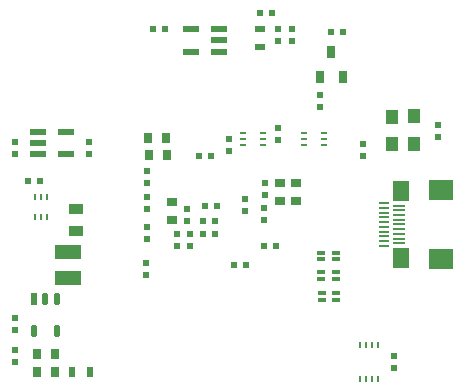
<source format=gbp>
G04*
G04 #@! TF.GenerationSoftware,Altium Limited,Altium Designer,19.1.1 (5)*
G04*
G04 Layer_Color=128*
%FSLAX44Y44*%
%MOMM*%
G71*
G01*
G75*
%ADD31R,0.8000X0.9000*%
%ADD32O,0.5000X1.1000*%
%ADD33R,0.5000X1.1000*%
%ADD34R,2.2200X1.2400*%
G04:AMPARAMS|DCode=35|XSize=0.59mm|YSize=1.3701mm|CornerRadius=0.0443mm|HoleSize=0mm|Usage=FLASHONLY|Rotation=90.000|XOffset=0mm|YOffset=0mm|HoleType=Round|Shape=RoundedRectangle|*
%AMROUNDEDRECTD35*
21,1,0.5900,1.2816,0,0,90.0*
21,1,0.5015,1.3701,0,0,90.0*
1,1,0.0885,0.6408,0.2508*
1,1,0.0885,0.6408,-0.2508*
1,1,0.0885,-0.6408,-0.2508*
1,1,0.0885,-0.6408,0.2508*
%
%ADD35ROUNDEDRECTD35*%
%ADD36R,0.6000X0.5600*%
%ADD37R,0.5600X0.6000*%
%ADD38R,0.9000X0.8000*%
%ADD39R,0.2540X0.5588*%
%ADD40R,0.7000X0.3000*%
%ADD41R,1.0160X1.2700*%
%ADD42R,0.8499X0.2301*%
%ADD43R,1.0000X0.2301*%
%ADD44R,1.3800X1.8001*%
%ADD45R,2.0000X1.7000*%
%ADD46R,0.6500X1.1001*%
%ADD47R,0.6096X0.2540*%
%ADD48R,0.2540X0.6096*%
%ADD49R,0.9000X0.6000*%
%ADD50R,1.2700X0.8620*%
%ADD51R,0.6000X0.9000*%
D31*
X31350Y74910D02*
D03*
X46590D02*
D03*
X125930Y258900D02*
D03*
X141170D02*
D03*
X125510Y273060D02*
D03*
X140750D02*
D03*
X46480Y90610D02*
D03*
X31240D02*
D03*
D32*
X28740Y109950D02*
D03*
X47740D02*
D03*
Y136950D02*
D03*
X38240D02*
D03*
D33*
X28740D02*
D03*
D34*
X57480Y176689D02*
D03*
Y154891D02*
D03*
D35*
X32140Y259500D02*
D03*
Y269000D02*
D03*
Y278500D02*
D03*
X55640D02*
D03*
Y259500D02*
D03*
X185350Y365330D02*
D03*
Y355830D02*
D03*
Y346330D02*
D03*
X161850D02*
D03*
Y365330D02*
D03*
D36*
X124020Y245010D02*
D03*
Y234850D02*
D03*
X123990Y212890D02*
D03*
Y223050D02*
D03*
X124020Y197820D02*
D03*
Y187660D02*
D03*
X123500Y157100D02*
D03*
Y167260D02*
D03*
X157850Y202640D02*
D03*
Y212800D02*
D03*
X150060Y192200D02*
D03*
Y182040D02*
D03*
X161060Y192250D02*
D03*
Y182090D02*
D03*
X333290Y78640D02*
D03*
Y88800D02*
D03*
X207090Y211040D02*
D03*
Y221200D02*
D03*
X223820Y225330D02*
D03*
Y235490D02*
D03*
X193520Y272090D02*
D03*
Y261930D02*
D03*
X247350Y365210D02*
D03*
Y355050D02*
D03*
X307280Y257810D02*
D03*
Y267970D02*
D03*
X370310Y283780D02*
D03*
Y273620D02*
D03*
X234760Y365320D02*
D03*
Y355160D02*
D03*
X270400Y309720D02*
D03*
Y299560D02*
D03*
X235370Y271910D02*
D03*
Y282070D02*
D03*
X12440Y120500D02*
D03*
Y110340D02*
D03*
X12310Y93290D02*
D03*
Y83130D02*
D03*
X12140Y269850D02*
D03*
Y259690D02*
D03*
X75130Y269660D02*
D03*
Y259500D02*
D03*
X223510Y204060D02*
D03*
Y214220D02*
D03*
D37*
X171290Y202980D02*
D03*
X181450D02*
D03*
X171400Y192000D02*
D03*
X181560D02*
D03*
X173520Y215800D02*
D03*
X183680D02*
D03*
X168340Y257580D02*
D03*
X178500D02*
D03*
X198200Y165620D02*
D03*
X208360D02*
D03*
X233490Y181840D02*
D03*
X223330D02*
D03*
X280110Y362940D02*
D03*
X290270D02*
D03*
X33810Y236900D02*
D03*
X23650D02*
D03*
X230200Y379400D02*
D03*
X220040D02*
D03*
X129170Y365420D02*
D03*
X139330D02*
D03*
D38*
X145510Y203780D02*
D03*
Y219020D02*
D03*
X236440Y220130D02*
D03*
Y235370D02*
D03*
X250110Y220180D02*
D03*
Y235420D02*
D03*
D39*
X319930Y97818D02*
D03*
X314930D02*
D03*
X309930D02*
D03*
X304930D02*
D03*
Y68842D02*
D03*
X309930D02*
D03*
X314930D02*
D03*
X319930D02*
D03*
D40*
X271529Y175851D02*
D03*
Y170349D02*
D03*
X284031D02*
D03*
Y175851D02*
D03*
X284421Y159311D02*
D03*
Y153809D02*
D03*
X271919D02*
D03*
Y159311D02*
D03*
X284621Y141601D02*
D03*
Y136099D02*
D03*
X272119D02*
D03*
Y141601D02*
D03*
D41*
X350149Y268112D02*
D03*
X331893Y268191D02*
D03*
X331972Y291369D02*
D03*
X350467Y291448D02*
D03*
D42*
X325100Y181999D02*
D03*
Y186000D02*
D03*
Y190000D02*
D03*
Y194000D02*
D03*
Y198001D02*
D03*
Y201999D02*
D03*
Y206000D02*
D03*
Y210000D02*
D03*
Y214000D02*
D03*
Y218001D02*
D03*
D43*
X337351Y184000D02*
D03*
Y188001D02*
D03*
Y191999D02*
D03*
Y196000D02*
D03*
Y200000D02*
D03*
Y204000D02*
D03*
Y208001D02*
D03*
Y211999D02*
D03*
Y216000D02*
D03*
D44*
X339250Y228499D02*
D03*
Y171501D02*
D03*
D45*
X372850Y228999D02*
D03*
Y171001D02*
D03*
D46*
X280380Y345620D02*
D03*
X270779Y324620D02*
D03*
X289981D02*
D03*
D47*
X274209Y277110D02*
D03*
Y272110D02*
D03*
Y267110D02*
D03*
X257191D02*
D03*
Y272110D02*
D03*
Y277110D02*
D03*
X222439Y277060D02*
D03*
Y272060D02*
D03*
Y267060D02*
D03*
X205421D02*
D03*
Y272060D02*
D03*
Y277060D02*
D03*
D48*
X39170Y206141D02*
D03*
X34170D02*
D03*
X29170D02*
D03*
Y223159D02*
D03*
X34170D02*
D03*
X39170D02*
D03*
D49*
X220160Y350060D02*
D03*
Y365300D02*
D03*
D50*
X64100Y194290D02*
D03*
Y213290D02*
D03*
D51*
X76190Y74770D02*
D03*
X60950D02*
D03*
M02*

</source>
